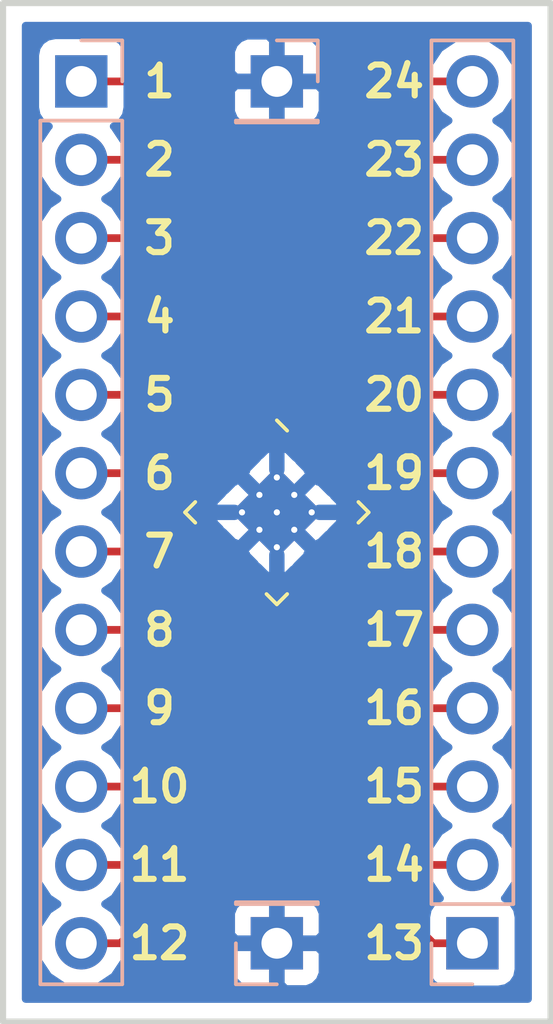
<source format=kicad_pcb>
(kicad_pcb (version 20171130) (host pcbnew "(5.0.0-3-g5ebb6b6)")

  (general
    (thickness 1.6)
    (drawings 28)
    (tracks 96)
    (zones 0)
    (modules 5)
    (nets 26)
  )

  (page A4)
  (layers
    (0 F.Cu signal)
    (31 B.Cu signal)
    (32 B.Adhes user)
    (33 F.Adhes user)
    (34 B.Paste user)
    (35 F.Paste user)
    (36 B.SilkS user)
    (37 F.SilkS user)
    (38 B.Mask user)
    (39 F.Mask user)
    (40 Dwgs.User user)
    (41 Cmts.User user)
    (42 Eco1.User user)
    (43 Eco2.User user)
    (44 Edge.Cuts user)
    (45 Margin user)
    (46 B.CrtYd user)
    (47 F.CrtYd user)
    (48 B.Fab user)
    (49 F.Fab user)
  )

  (setup
    (last_trace_width 0.25)
    (user_trace_width 0.5)
    (trace_clearance 0.2)
    (zone_clearance 0.508)
    (zone_45_only no)
    (trace_min 0.2)
    (segment_width 0.2)
    (edge_width 0.15)
    (via_size 0.8)
    (via_drill 0.4)
    (via_min_size 0.4)
    (via_min_drill 0.3)
    (uvia_size 0.3)
    (uvia_drill 0.1)
    (uvias_allowed no)
    (uvia_min_size 0.2)
    (uvia_min_drill 0.1)
    (pcb_text_width 0.2)
    (pcb_text_size 1 1)
    (mod_edge_width 0.15)
    (mod_text_size 2 1)
    (mod_text_width 0.15)
    (pad_size 1.7 1.7)
    (pad_drill 1)
    (pad_to_mask_clearance 0.2)
    (aux_axis_origin 0 0)
    (visible_elements FFFFFF7F)
    (pcbplotparams
      (layerselection 0x010fc_ffffffff)
      (usegerberextensions false)
      (usegerberattributes false)
      (usegerberadvancedattributes false)
      (creategerberjobfile false)
      (excludeedgelayer true)
      (linewidth 0.100000)
      (plotframeref false)
      (viasonmask false)
      (mode 1)
      (useauxorigin false)
      (hpglpennumber 1)
      (hpglpenspeed 20)
      (hpglpendiameter 15.000000)
      (psnegative false)
      (psa4output false)
      (plotreference true)
      (plotvalue true)
      (plotinvisibletext false)
      (padsonsilk false)
      (subtractmaskfromsilk false)
      (outputformat 1)
      (mirror false)
      (drillshape 0)
      (scaleselection 1)
      (outputdirectory "QFN24_DIP_GERBERS/"))
  )

  (net 0 "")
  (net 1 /1)
  (net 2 /2)
  (net 3 /3)
  (net 4 /4)
  (net 5 /5)
  (net 6 /6)
  (net 7 /7)
  (net 8 /8)
  (net 9 /9)
  (net 10 /10)
  (net 11 /11)
  (net 12 /12)
  (net 13 /24)
  (net 14 /23)
  (net 15 /22)
  (net 16 /21)
  (net 17 /20)
  (net 18 /19)
  (net 19 /18)
  (net 20 /17)
  (net 21 /16)
  (net 22 /15)
  (net 23 /14)
  (net 24 /13)
  (net 25 /THERMALPAD)

  (net_class Default "This is the default net class."
    (clearance 0.2)
    (trace_width 0.25)
    (via_dia 0.8)
    (via_drill 0.4)
    (uvia_dia 0.3)
    (uvia_drill 0.1)
    (add_net /1)
    (add_net /10)
    (add_net /11)
    (add_net /12)
    (add_net /13)
    (add_net /14)
    (add_net /15)
    (add_net /16)
    (add_net /17)
    (add_net /18)
    (add_net /19)
    (add_net /2)
    (add_net /20)
    (add_net /21)
    (add_net /22)
    (add_net /23)
    (add_net /24)
    (add_net /3)
    (add_net /4)
    (add_net /5)
    (add_net /6)
    (add_net /7)
    (add_net /8)
    (add_net /9)
    (add_net /THERMALPAD)
  )

  (module Connector_PinHeader_2.54mm:PinHeader_1x12_P2.54mm_Vertical (layer B.Cu) (tedit 5C4B9CD9) (tstamp 5C57BED7)
    (at 101.6 76.2 180)
    (descr "Through hole straight pin header, 1x12, 2.54mm pitch, single row")
    (tags "Through hole pin header THT 1x12 2.54mm single row")
    (path /5C4C1455)
    (fp_text reference J1 (at -2.54 6.985 180) (layer B.SilkS) hide
      (effects (font (size 1 1) (thickness 0.15)) (justify mirror))
    )
    (fp_text value Conn_01x12 (at -6.35 -34.29 180) (layer B.Fab) hide
      (effects (font (size 1 1) (thickness 0.15)) (justify mirror))
    )
    (fp_line (start -0.635 1.27) (end 1.27 1.27) (layer B.Fab) (width 0.1))
    (fp_line (start 1.27 1.27) (end 1.27 -29.21) (layer B.Fab) (width 0.1))
    (fp_line (start 1.27 -29.21) (end -1.27 -29.21) (layer B.Fab) (width 0.1))
    (fp_line (start -1.27 -29.21) (end -1.27 0.635) (layer B.Fab) (width 0.1))
    (fp_line (start -1.27 0.635) (end -0.635 1.27) (layer B.Fab) (width 0.1))
    (fp_line (start -1.33 -29.27) (end 1.33 -29.27) (layer B.SilkS) (width 0.12))
    (fp_line (start -1.33 -1.27) (end -1.33 -29.27) (layer B.SilkS) (width 0.12))
    (fp_line (start 1.33 -1.27) (end 1.33 -29.27) (layer B.SilkS) (width 0.12))
    (fp_line (start -1.33 -1.27) (end 1.33 -1.27) (layer B.SilkS) (width 0.12))
    (fp_line (start -1.33 0) (end -1.33 1.33) (layer B.SilkS) (width 0.12))
    (fp_line (start -1.33 1.33) (end 0 1.33) (layer B.SilkS) (width 0.12))
    (fp_line (start -1.8 1.8) (end -1.8 -29.75) (layer B.CrtYd) (width 0.05))
    (fp_line (start -1.8 -29.75) (end 1.8 -29.75) (layer B.CrtYd) (width 0.05))
    (fp_line (start 1.8 -29.75) (end 1.8 1.8) (layer B.CrtYd) (width 0.05))
    (fp_line (start 1.8 1.8) (end -1.8 1.8) (layer B.CrtYd) (width 0.05))
    (fp_text user %R (at 0 -13.97 90) (layer B.Fab)
      (effects (font (size 1 2) (thickness 0.15)) (justify mirror))
    )
    (pad 1 thru_hole rect (at 0 0 180) (size 1.7 1.7) (drill 1) (layers *.Cu *.Mask)
      (net 1 /1))
    (pad 2 thru_hole oval (at 0 -2.54 180) (size 1.7 1.7) (drill 1) (layers *.Cu *.Mask)
      (net 2 /2))
    (pad 3 thru_hole oval (at 0 -5.08 180) (size 1.7 1.7) (drill 1) (layers *.Cu *.Mask)
      (net 3 /3))
    (pad 4 thru_hole oval (at 0 -7.62 180) (size 1.7 1.7) (drill 1) (layers *.Cu *.Mask)
      (net 4 /4))
    (pad 5 thru_hole oval (at 0 -10.16 180) (size 1.7 1.7) (drill 1) (layers *.Cu *.Mask)
      (net 5 /5))
    (pad 6 thru_hole oval (at 0 -12.7 180) (size 1.7 1.7) (drill 1) (layers *.Cu *.Mask)
      (net 6 /6))
    (pad 7 thru_hole oval (at 0 -15.24 180) (size 1.7 1.7) (drill 1) (layers *.Cu *.Mask)
      (net 7 /7))
    (pad 8 thru_hole oval (at 0 -17.78 180) (size 1.7 1.7) (drill 1) (layers *.Cu *.Mask)
      (net 8 /8))
    (pad 9 thru_hole oval (at 0 -20.32 180) (size 1.7 1.7) (drill 1) (layers *.Cu *.Mask)
      (net 9 /9))
    (pad 10 thru_hole oval (at 0 -22.86 180) (size 1.7 1.7) (drill 1) (layers *.Cu *.Mask)
      (net 10 /10))
    (pad 11 thru_hole oval (at 0 -25.4 180) (size 1.7 1.7) (drill 1) (layers *.Cu *.Mask)
      (net 11 /11))
    (pad 12 thru_hole oval (at 0 -27.94 180) (size 1.7 1.7) (drill 1) (layers *.Cu *.Mask)
      (net 12 /12))
    (model ${KISYS3DMOD}/Connector_PinHeader_2.54mm.3dshapes/PinHeader_1x12_P2.54mm_Vertical.wrl
      (at (xyz 0 0 0))
      (scale (xyz 1 1 1))
      (rotate (xyz 0 0 0))
    )
  )

  (module Connector_PinHeader_2.54mm:PinHeader_1x12_P2.54mm_Vertical (layer B.Cu) (tedit 5C4B9CDD) (tstamp 5C57B6C6)
    (at 114.3 104.14)
    (descr "Through hole straight pin header, 1x12, 2.54mm pitch, single row")
    (tags "Through hole pin header THT 1x12 2.54mm single row")
    (path /5C4C1496)
    (fp_text reference J2 (at 28.575 0.635) (layer B.SilkS) hide
      (effects (font (size 1 1) (thickness 0.15)) (justify mirror))
    )
    (fp_text value Conn_01x12 (at 1.27 -34.29) (layer B.Fab) hide
      (effects (font (size 1 1) (thickness 0.15)) (justify mirror))
    )
    (fp_text user %R (at 0 -13.97 -90) (layer B.Fab)
      (effects (font (size 1 2) (thickness 0.15)) (justify mirror))
    )
    (fp_line (start 1.8 1.8) (end -1.8 1.8) (layer B.CrtYd) (width 0.05))
    (fp_line (start 1.8 -29.75) (end 1.8 1.8) (layer B.CrtYd) (width 0.05))
    (fp_line (start -1.8 -29.75) (end 1.8 -29.75) (layer B.CrtYd) (width 0.05))
    (fp_line (start -1.8 1.8) (end -1.8 -29.75) (layer B.CrtYd) (width 0.05))
    (fp_line (start -1.33 1.33) (end 0 1.33) (layer B.SilkS) (width 0.12))
    (fp_line (start -1.33 0) (end -1.33 1.33) (layer B.SilkS) (width 0.12))
    (fp_line (start -1.33 -1.27) (end 1.33 -1.27) (layer B.SilkS) (width 0.12))
    (fp_line (start 1.33 -1.27) (end 1.33 -29.27) (layer B.SilkS) (width 0.12))
    (fp_line (start -1.33 -1.27) (end -1.33 -29.27) (layer B.SilkS) (width 0.12))
    (fp_line (start -1.33 -29.27) (end 1.33 -29.27) (layer B.SilkS) (width 0.12))
    (fp_line (start -1.27 0.635) (end -0.635 1.27) (layer B.Fab) (width 0.1))
    (fp_line (start -1.27 -29.21) (end -1.27 0.635) (layer B.Fab) (width 0.1))
    (fp_line (start 1.27 -29.21) (end -1.27 -29.21) (layer B.Fab) (width 0.1))
    (fp_line (start 1.27 1.27) (end 1.27 -29.21) (layer B.Fab) (width 0.1))
    (fp_line (start -0.635 1.27) (end 1.27 1.27) (layer B.Fab) (width 0.1))
    (pad 12 thru_hole oval (at 0 -27.94) (size 1.7 1.7) (drill 1) (layers *.Cu *.Mask)
      (net 13 /24))
    (pad 11 thru_hole oval (at 0 -25.4) (size 1.7 1.7) (drill 1) (layers *.Cu *.Mask)
      (net 14 /23))
    (pad 10 thru_hole oval (at 0 -22.86) (size 1.7 1.7) (drill 1) (layers *.Cu *.Mask)
      (net 15 /22))
    (pad 9 thru_hole oval (at 0 -20.32) (size 1.7 1.7) (drill 1) (layers *.Cu *.Mask)
      (net 16 /21))
    (pad 8 thru_hole oval (at 0 -17.78) (size 1.7 1.7) (drill 1) (layers *.Cu *.Mask)
      (net 17 /20))
    (pad 7 thru_hole oval (at 0 -15.24) (size 1.7 1.7) (drill 1) (layers *.Cu *.Mask)
      (net 18 /19))
    (pad 6 thru_hole oval (at 0 -12.7) (size 1.7 1.7) (drill 1) (layers *.Cu *.Mask)
      (net 19 /18))
    (pad 5 thru_hole oval (at 0 -10.16) (size 1.7 1.7) (drill 1) (layers *.Cu *.Mask)
      (net 20 /17))
    (pad 4 thru_hole oval (at 0 -7.62) (size 1.7 1.7) (drill 1) (layers *.Cu *.Mask)
      (net 21 /16))
    (pad 3 thru_hole oval (at 0 -5.08) (size 1.7 1.7) (drill 1) (layers *.Cu *.Mask)
      (net 22 /15))
    (pad 2 thru_hole oval (at 0 -2.54) (size 1.7 1.7) (drill 1) (layers *.Cu *.Mask)
      (net 23 /14))
    (pad 1 thru_hole rect (at 0 0) (size 1.7 1.7) (drill 1) (layers *.Cu *.Mask)
      (net 24 /13))
    (model ${KISYS3DMOD}/Connector_PinHeader_2.54mm.3dshapes/PinHeader_1x12_P2.54mm_Vertical.wrl
      (at (xyz 0 0 0))
      (scale (xyz 1 1 1))
      (rotate (xyz 0 0 0))
    )
  )

  (module Connector_PinHeader_2.54mm:PinHeader_1x01_P2.54mm_Vertical (layer B.Cu) (tedit 5C4B9CCC) (tstamp 5C57B6DB)
    (at 107.95 76.2 180)
    (descr "Through hole straight pin header, 1x01, 2.54mm pitch, single row")
    (tags "Through hole pin header THT 1x01 2.54mm single row")
    (path /5C4C7817)
    (fp_text reference J3 (at 13.335 -6.985 180) (layer B.SilkS) hide
      (effects (font (size 1 1) (thickness 0.15)) (justify mirror))
    )
    (fp_text value Conn_01x01 (at 15.24 -5.08 180) (layer B.Fab) hide
      (effects (font (size 1 1) (thickness 0.15)) (justify mirror))
    )
    (fp_line (start -0.635 1.27) (end 1.27 1.27) (layer B.Fab) (width 0.1))
    (fp_line (start 1.27 1.27) (end 1.27 -1.27) (layer B.Fab) (width 0.1))
    (fp_line (start 1.27 -1.27) (end -1.27 -1.27) (layer B.Fab) (width 0.1))
    (fp_line (start -1.27 -1.27) (end -1.27 0.635) (layer B.Fab) (width 0.1))
    (fp_line (start -1.27 0.635) (end -0.635 1.27) (layer B.Fab) (width 0.1))
    (fp_line (start -1.33 -1.33) (end 1.33 -1.33) (layer B.SilkS) (width 0.12))
    (fp_line (start -1.33 -1.27) (end -1.33 -1.33) (layer B.SilkS) (width 0.12))
    (fp_line (start 1.33 -1.27) (end 1.33 -1.33) (layer B.SilkS) (width 0.12))
    (fp_line (start -1.33 -1.27) (end 1.33 -1.27) (layer B.SilkS) (width 0.12))
    (fp_line (start -1.33 0) (end -1.33 1.33) (layer B.SilkS) (width 0.12))
    (fp_line (start -1.33 1.33) (end 0 1.33) (layer B.SilkS) (width 0.12))
    (fp_line (start -1.8 1.8) (end -1.8 -1.8) (layer B.CrtYd) (width 0.05))
    (fp_line (start -1.8 -1.8) (end 1.8 -1.8) (layer B.CrtYd) (width 0.05))
    (fp_line (start 1.8 -1.8) (end 1.8 1.8) (layer B.CrtYd) (width 0.05))
    (fp_line (start 1.8 1.8) (end -1.8 1.8) (layer B.CrtYd) (width 0.05))
    (fp_text user %R (at 0 0 90) (layer B.Fab)
      (effects (font (size 1 2) (thickness 0.15)) (justify mirror))
    )
    (pad 1 thru_hole rect (at 0 0 180) (size 1.7 1.7) (drill 1) (layers *.Cu *.Mask)
      (net 25 /THERMALPAD))
    (model ${KISYS3DMOD}/Connector_PinHeader_2.54mm.3dshapes/PinHeader_1x01_P2.54mm_Vertical.wrl
      (at (xyz 0 0 0))
      (scale (xyz 1 1 1))
      (rotate (xyz 0 0 0))
    )
  )

  (module Connector_PinHeader_2.54mm:PinHeader_1x01_P2.54mm_Vertical (layer B.Cu) (tedit 5C4B9CD6) (tstamp 5C57B6F0)
    (at 107.95 104.14)
    (descr "Through hole straight pin header, 1x01, 2.54mm pitch, single row")
    (tags "Through hole pin header THT 1x01 2.54mm single row")
    (path /5C4C78AB)
    (fp_text reference J4 (at -16.51 1.27) (layer B.SilkS) hide
      (effects (font (size 1 1) (thickness 0.15)) (justify mirror))
    )
    (fp_text value Conn_01x01 (at -13.97 -7.62) (layer B.Fab) hide
      (effects (font (size 1 1) (thickness 0.15)) (justify mirror))
    )
    (fp_text user %R (at 0 0 -90) (layer B.Fab)
      (effects (font (size 1 2) (thickness 0.15)) (justify mirror))
    )
    (fp_line (start 1.8 1.8) (end -1.8 1.8) (layer B.CrtYd) (width 0.05))
    (fp_line (start 1.8 -1.8) (end 1.8 1.8) (layer B.CrtYd) (width 0.05))
    (fp_line (start -1.8 -1.8) (end 1.8 -1.8) (layer B.CrtYd) (width 0.05))
    (fp_line (start -1.8 1.8) (end -1.8 -1.8) (layer B.CrtYd) (width 0.05))
    (fp_line (start -1.33 1.33) (end 0 1.33) (layer B.SilkS) (width 0.12))
    (fp_line (start -1.33 0) (end -1.33 1.33) (layer B.SilkS) (width 0.12))
    (fp_line (start -1.33 -1.27) (end 1.33 -1.27) (layer B.SilkS) (width 0.12))
    (fp_line (start 1.33 -1.27) (end 1.33 -1.33) (layer B.SilkS) (width 0.12))
    (fp_line (start -1.33 -1.27) (end -1.33 -1.33) (layer B.SilkS) (width 0.12))
    (fp_line (start -1.33 -1.33) (end 1.33 -1.33) (layer B.SilkS) (width 0.12))
    (fp_line (start -1.27 0.635) (end -0.635 1.27) (layer B.Fab) (width 0.1))
    (fp_line (start -1.27 -1.27) (end -1.27 0.635) (layer B.Fab) (width 0.1))
    (fp_line (start 1.27 -1.27) (end -1.27 -1.27) (layer B.Fab) (width 0.1))
    (fp_line (start 1.27 1.27) (end 1.27 -1.27) (layer B.Fab) (width 0.1))
    (fp_line (start -0.635 1.27) (end 1.27 1.27) (layer B.Fab) (width 0.1))
    (pad 1 thru_hole rect (at 0 0) (size 1.7 1.7) (drill 1) (layers *.Cu *.Mask)
      (net 25 /THERMALPAD))
    (model ${KISYS3DMOD}/Connector_PinHeader_2.54mm.3dshapes/PinHeader_1x01_P2.54mm_Vertical.wrl
      (at (xyz 0 0 0))
      (scale (xyz 1 1 1))
      (rotate (xyz 0 0 0))
    )
  )

  (module Package_DFN_QFN:Texas_S-PVQFN-N24_EP2.1x2.1mm_ThermalVias (layer F.Cu) (tedit 5C4BA6B1) (tstamp 5C63B9FD)
    (at 107.95 90.17 315)
    (descr "QFN, 24 Pin (http://www.ti.com/lit/ds/symlink/msp430fr5720.pdf), generated with kicad-footprint-generator ipc_dfn_qfn_generator.py")
    (tags "QFN DFN_QFN")
    (path /5C4B8F2A)
    (attr smd)
    (fp_text reference U1 (at 0 -3.32 315) (layer F.SilkS) hide
      (effects (font (size 1 1) (thickness 0.15)))
    )
    (fp_text value DummyQFN24 (at 0 3.32 315) (layer F.Fab) hide
      (effects (font (size 1 1) (thickness 0.15)))
    )
    (fp_line (start 1.635 -2.11) (end 2.11 -2.11) (layer F.SilkS) (width 0.12))
    (fp_line (start 2.11 -2.11) (end 2.11 -1.635) (layer F.SilkS) (width 0.12))
    (fp_line (start -1.635 2.11) (end -2.11 2.11) (layer F.SilkS) (width 0.12))
    (fp_line (start -2.11 2.11) (end -2.11 1.635) (layer F.SilkS) (width 0.12))
    (fp_line (start 1.635 2.11) (end 2.11 2.11) (layer F.SilkS) (width 0.12))
    (fp_line (start 2.11 2.11) (end 2.11 1.635) (layer F.SilkS) (width 0.12))
    (fp_line (start -1.635 -2.11) (end -2.11 -2.11) (layer F.SilkS) (width 0.12))
    (fp_line (start -1 -2) (end 2 -2) (layer F.Fab) (width 0.1))
    (fp_line (start 2 -2) (end 2 2) (layer F.Fab) (width 0.1))
    (fp_line (start 2 2) (end -2 2) (layer F.Fab) (width 0.1))
    (fp_line (start -2 2) (end -2 -1) (layer F.Fab) (width 0.1))
    (fp_line (start -2 -1) (end -1 -2) (layer F.Fab) (width 0.1))
    (fp_line (start -2.62 -2.62) (end -2.62 2.62) (layer F.CrtYd) (width 0.05))
    (fp_line (start -2.62 2.62) (end 2.62 2.62) (layer F.CrtYd) (width 0.05))
    (fp_line (start 2.62 2.62) (end 2.62 -2.62) (layer F.CrtYd) (width 0.05))
    (fp_line (start 2.62 -2.62) (end -2.62 -2.62) (layer F.CrtYd) (width 0.05))
    (fp_text user %R (at 0 0 315) (layer F.Fab)
      (effects (font (size 1 1) (thickness 0.15)))
    )
    (pad 25 smd roundrect (at 0 0 315) (size 2.1 2.1) (layers F.Cu F.Mask) (roundrect_rratio 0.119048)
      (net 25 /THERMALPAD))
    (pad 25 thru_hole circle (at -0.8 -0.8 315) (size 0.5 0.5) (drill 0.2) (layers *.Cu)
      (net 25 /THERMALPAD))
    (pad 25 thru_hole circle (at 0 -0.799999 315) (size 0.5 0.5) (drill 0.2) (layers *.Cu)
      (net 25 /THERMALPAD))
    (pad 25 thru_hole circle (at 0.8 -0.8 315) (size 0.5 0.5) (drill 0.2) (layers *.Cu)
      (net 25 /THERMALPAD))
    (pad 25 thru_hole circle (at -0.799999 0 315) (size 0.5 0.5) (drill 0.2) (layers *.Cu)
      (net 25 /THERMALPAD))
    (pad 25 thru_hole circle (at 0 0 315) (size 0.5 0.5) (drill 0.2) (layers *.Cu)
      (net 25 /THERMALPAD))
    (pad 25 thru_hole circle (at 0.799999 0 315) (size 0.5 0.5) (drill 0.2) (layers *.Cu)
      (net 25 /THERMALPAD))
    (pad 25 thru_hole circle (at -0.8 0.8 315) (size 0.5 0.5) (drill 0.2) (layers *.Cu)
      (net 25 /THERMALPAD))
    (pad 25 thru_hole circle (at 0 0.799999 315) (size 0.5 0.5) (drill 0.2) (layers *.Cu)
      (net 25 /THERMALPAD))
    (pad 25 thru_hole circle (at 0.8 0.8 315) (size 0.5 0.5) (drill 0.2) (layers *.Cu)
      (net 25 /THERMALPAD))
    (pad 25 smd roundrect (at 0 0 315) (size 2.1 2.1) (layers B.Cu) (roundrect_rratio 0.119048)
      (net 25 /THERMALPAD))
    (pad "" smd roundrect (at -0.525 -0.525 315) (size 0.91 0.91) (layers F.Paste) (roundrect_rratio 0.25))
    (pad "" smd roundrect (at -0.525 0.525 315) (size 0.91 0.91) (layers F.Paste) (roundrect_rratio 0.25))
    (pad "" smd roundrect (at 0.525 -0.525 315) (size 0.91 0.91) (layers F.Paste) (roundrect_rratio 0.25))
    (pad "" smd roundrect (at 0.525 0.525 315) (size 0.91 0.91) (layers F.Paste) (roundrect_rratio 0.25))
    (pad 1 smd roundrect (at -1.9875 -1.25 315) (size 0.775 0.25) (layers F.Cu F.Paste F.Mask) (roundrect_rratio 0.25)
      (net 1 /1))
    (pad 2 smd roundrect (at -1.9875 -0.75 315) (size 0.775 0.25) (layers F.Cu F.Paste F.Mask) (roundrect_rratio 0.25)
      (net 2 /2))
    (pad 3 smd roundrect (at -1.9875 -0.25 315) (size 0.775 0.25) (layers F.Cu F.Paste F.Mask) (roundrect_rratio 0.25)
      (net 3 /3))
    (pad 4 smd roundrect (at -1.9875 0.25 315) (size 0.775 0.25) (layers F.Cu F.Paste F.Mask) (roundrect_rratio 0.25)
      (net 4 /4))
    (pad 5 smd roundrect (at -1.9875 0.75 315) (size 0.775 0.25) (layers F.Cu F.Paste F.Mask) (roundrect_rratio 0.25)
      (net 5 /5))
    (pad 6 smd roundrect (at -1.9875 1.25 315) (size 0.775 0.25) (layers F.Cu F.Paste F.Mask) (roundrect_rratio 0.25)
      (net 6 /6))
    (pad 7 smd roundrect (at -1.25 1.9875 315) (size 0.25 0.775) (layers F.Cu F.Paste F.Mask) (roundrect_rratio 0.25)
      (net 7 /7))
    (pad 8 smd roundrect (at -0.75 1.9875 315) (size 0.25 0.775) (layers F.Cu F.Paste F.Mask) (roundrect_rratio 0.25)
      (net 8 /8))
    (pad 9 smd roundrect (at -0.25 1.9875 315) (size 0.25 0.775) (layers F.Cu F.Paste F.Mask) (roundrect_rratio 0.25)
      (net 9 /9))
    (pad 10 smd roundrect (at 0.25 1.9875 315) (size 0.25 0.775) (layers F.Cu F.Paste F.Mask) (roundrect_rratio 0.25)
      (net 10 /10))
    (pad 11 smd roundrect (at 0.75 1.9875 315) (size 0.25 0.775) (layers F.Cu F.Paste F.Mask) (roundrect_rratio 0.25)
      (net 11 /11))
    (pad 12 smd roundrect (at 1.25 1.9875 315) (size 0.25 0.775) (layers F.Cu F.Paste F.Mask) (roundrect_rratio 0.25)
      (net 12 /12))
    (pad 13 smd roundrect (at 1.9875 1.25 315) (size 0.775 0.25) (layers F.Cu F.Paste F.Mask) (roundrect_rratio 0.25)
      (net 24 /13))
    (pad 14 smd roundrect (at 1.9875 0.75 315) (size 0.775 0.25) (layers F.Cu F.Paste F.Mask) (roundrect_rratio 0.25)
      (net 23 /14))
    (pad 15 smd roundrect (at 1.9875 0.25 315) (size 0.775 0.25) (layers F.Cu F.Paste F.Mask) (roundrect_rratio 0.25)
      (net 22 /15))
    (pad 16 smd roundrect (at 1.9875 -0.25 315) (size 0.775 0.25) (layers F.Cu F.Paste F.Mask) (roundrect_rratio 0.25)
      (net 21 /16))
    (pad 17 smd roundrect (at 1.9875 -0.75 315) (size 0.775 0.25) (layers F.Cu F.Paste F.Mask) (roundrect_rratio 0.25)
      (net 20 /17))
    (pad 18 smd roundrect (at 1.9875 -1.25 315) (size 0.775 0.25) (layers F.Cu F.Paste F.Mask) (roundrect_rratio 0.25)
      (net 19 /18))
    (pad 19 smd roundrect (at 1.25 -1.9875 315) (size 0.25 0.775) (layers F.Cu F.Paste F.Mask) (roundrect_rratio 0.25)
      (net 18 /19))
    (pad 20 smd roundrect (at 0.75 -1.9875 315) (size 0.25 0.775) (layers F.Cu F.Paste F.Mask) (roundrect_rratio 0.25)
      (net 17 /20))
    (pad 21 smd roundrect (at 0.25 -1.9875 315) (size 0.25 0.775) (layers F.Cu F.Paste F.Mask) (roundrect_rratio 0.25)
      (net 16 /21))
    (pad 22 smd roundrect (at -0.25 -1.9875 315) (size 0.25 0.775) (layers F.Cu F.Paste F.Mask) (roundrect_rratio 0.25)
      (net 15 /22))
    (pad 23 smd roundrect (at -0.75 -1.9875 315) (size 0.25 0.775) (layers F.Cu F.Paste F.Mask) (roundrect_rratio 0.25)
      (net 14 /23))
    (pad 24 smd roundrect (at -1.25 -1.9875 315) (size 0.25 0.775) (layers F.Cu F.Paste F.Mask) (roundrect_rratio 0.25)
      (net 13 /24))
    (model ${KISYS3DMOD}/Package_DFN_QFN.3dshapes/Texas_S-PVQFN-N24_EP2.1x2.1mm.wrl
      (at (xyz 0 0 0))
      (scale (xyz 1 1 1))
      (rotate (xyz 0 0 0))
    )
  )

  (gr_text 14 (at 111.76 101.6) (layer F.SilkS)
    (effects (font (size 1 1) (thickness 0.2)))
  )
  (gr_text 15 (at 111.76 99.06) (layer F.SilkS)
    (effects (font (size 1 1) (thickness 0.2)))
  )
  (gr_text 16 (at 111.76 96.52) (layer F.SilkS)
    (effects (font (size 1 1) (thickness 0.2)))
  )
  (gr_text 17 (at 111.76 93.98) (layer F.SilkS)
    (effects (font (size 1 1) (thickness 0.2)))
  )
  (gr_text 18 (at 111.76 91.44) (layer F.SilkS)
    (effects (font (size 1 1) (thickness 0.2)))
  )
  (gr_text 13 (at 111.76 104.14) (layer F.SilkS)
    (effects (font (size 1 1) (thickness 0.2)))
  )
  (gr_text 12 (at 104.14 104.14) (layer F.SilkS)
    (effects (font (size 1 1) (thickness 0.2)))
  )
  (gr_text 11 (at 104.14 101.6) (layer F.SilkS)
    (effects (font (size 1 1) (thickness 0.2)))
  )
  (gr_text 10 (at 104.14 99.06) (layer F.SilkS)
    (effects (font (size 1 1) (thickness 0.2)))
  )
  (gr_text 9 (at 104.14 96.52) (layer F.SilkS)
    (effects (font (size 1 1) (thickness 0.2)))
  )
  (gr_text 8 (at 104.14 93.98) (layer F.SilkS)
    (effects (font (size 1 1) (thickness 0.2)))
  )
  (gr_text 7 (at 104.14 91.44) (layer F.SilkS)
    (effects (font (size 1 1) (thickness 0.2)))
  )
  (gr_text 5 (at 104.14 86.36) (layer F.SilkS)
    (effects (font (size 1 1) (thickness 0.2)))
  )
  (gr_text 4 (at 104.14 83.82) (layer F.SilkS)
    (effects (font (size 1 1) (thickness 0.2)))
  )
  (gr_text 3 (at 104.14 81.28) (layer F.SilkS)
    (effects (font (size 1 1) (thickness 0.2)))
  )
  (gr_text 2 (at 104.14 78.74) (layer F.SilkS)
    (effects (font (size 1 1) (thickness 0.2)))
  )
  (gr_text 1 (at 104.14 76.2) (layer F.SilkS)
    (effects (font (size 1 1) (thickness 0.2)))
  )
  (gr_text 24 (at 111.76 76.2) (layer F.SilkS)
    (effects (font (size 1 1) (thickness 0.2)))
  )
  (gr_text 23 (at 111.76 78.74) (layer F.SilkS)
    (effects (font (size 1 1) (thickness 0.2)))
  )
  (gr_text 22 (at 111.76 81.28) (layer F.SilkS)
    (effects (font (size 1 1) (thickness 0.2)))
  )
  (gr_text 21 (at 111.76 83.82) (layer F.SilkS)
    (effects (font (size 1 1) (thickness 0.2)))
  )
  (gr_text 20 (at 111.76 86.36) (layer F.SilkS)
    (effects (font (size 1 1) (thickness 0.2)))
  )
  (gr_text 19 (at 111.76 88.9) (layer F.SilkS)
    (effects (font (size 1 1) (thickness 0.2)))
  )
  (gr_text 6 (at 104.14 88.9) (layer F.SilkS)
    (effects (font (size 1 1) (thickness 0.2)))
  )
  (gr_line (start 99.06 106.68) (end 99.06 73.66) (layer Edge.Cuts) (width 0.2))
  (gr_line (start 116.84 106.68) (end 99.06 106.68) (layer Edge.Cuts) (width 0.2))
  (gr_line (start 116.84 73.66) (end 116.84 106.68) (layer Edge.Cuts) (width 0.2))
  (gr_line (start 99.06 73.66) (end 116.84 73.66) (layer Edge.Cuts) (width 0.2))

  (segment (start 103.378 76.2) (end 101.6 76.2) (width 0.25) (layer F.Cu) (net 1))
  (segment (start 106.426 79.248) (end 103.378 76.2) (width 0.25) (layer F.Cu) (net 1))
  (segment (start 106.426 86.878233) (end 106.426 79.248) (width 0.25) (layer F.Cu) (net 1))
  (segment (start 107.428509 87.880742) (end 106.426 86.878233) (width 0.25) (layer F.Cu) (net 1))
  (segment (start 105.918 80.264) (end 104.394 78.74) (width 0.25) (layer F.Cu) (net 2))
  (segment (start 105.918 87.07734) (end 105.918 80.264) (width 0.25) (layer F.Cu) (net 2))
  (segment (start 104.394 78.74) (end 101.6 78.74) (width 0.25) (layer F.Cu) (net 2))
  (segment (start 107.074955 88.234295) (end 105.918 87.07734) (width 0.25) (layer F.Cu) (net 2))
  (segment (start 105.41 82.296) (end 104.394 81.28) (width 0.25) (layer F.Cu) (net 3))
  (segment (start 104.394 81.28) (end 101.6 81.28) (width 0.25) (layer F.Cu) (net 3))
  (segment (start 105.41 87.276447) (end 105.41 82.296) (width 0.25) (layer F.Cu) (net 3))
  (segment (start 106.721402 88.587849) (end 105.41 87.276447) (width 0.25) (layer F.Cu) (net 3))
  (segment (start 106.367849 88.941402) (end 104.902 87.475553) (width 0.25) (layer F.Cu) (net 4))
  (segment (start 104.902 87.475553) (end 104.902 85.09) (width 0.25) (layer F.Cu) (net 4))
  (segment (start 103.632 83.82) (end 101.6 83.82) (width 0.25) (layer F.Cu) (net 4))
  (segment (start 104.902 85.09) (end 103.632 83.82) (width 0.25) (layer F.Cu) (net 4))
  (segment (start 102.802081 86.36) (end 101.6 86.36) (width 0.25) (layer F.Cu) (net 5))
  (segment (start 103.008645 86.36) (end 102.802081 86.36) (width 0.25) (layer F.Cu) (net 5))
  (segment (start 105.9436 89.294955) (end 103.008645 86.36) (width 0.25) (layer F.Cu) (net 5))
  (segment (start 106.014295 89.294955) (end 105.9436 89.294955) (width 0.25) (layer F.Cu) (net 5))
  (segment (start 105.316028 89.303795) (end 105.305795 89.303795) (width 0.25) (layer F.Cu) (net 6))
  (segment (start 105.660742 89.648509) (end 105.316028 89.303795) (width 0.25) (layer F.Cu) (net 6))
  (segment (start 104.902 88.9) (end 101.6 88.9) (width 0.25) (layer F.Cu) (net 6))
  (segment (start 105.305795 89.303795) (end 104.902 88.9) (width 0.25) (layer F.Cu) (net 6))
  (segment (start 105.660742 90.691491) (end 104.912233 91.44) (width 0.25) (layer F.Cu) (net 7))
  (segment (start 104.912233 91.44) (end 101.6 91.44) (width 0.25) (layer F.Cu) (net 7))
  (segment (start 103.07934 93.98) (end 101.6 93.98) (width 0.25) (layer F.Cu) (net 8))
  (segment (start 106.014295 91.045045) (end 103.07934 93.98) (width 0.25) (layer F.Cu) (net 8))
  (segment (start 106.367849 91.398598) (end 104.902 92.864447) (width 0.25) (layer F.Cu) (net 9))
  (segment (start 104.902 92.864447) (end 104.902 95.25) (width 0.25) (layer F.Cu) (net 9))
  (segment (start 103.632 96.52) (end 101.6 96.52) (width 0.25) (layer F.Cu) (net 9))
  (segment (start 104.902 95.25) (end 103.632 96.52) (width 0.25) (layer F.Cu) (net 9))
  (segment (start 104.394 99.06) (end 101.6 99.06) (width 0.25) (layer F.Cu) (net 10))
  (segment (start 105.41 98.044) (end 104.394 99.06) (width 0.25) (layer F.Cu) (net 10))
  (segment (start 105.41 93.063553) (end 105.41 98.044) (width 0.25) (layer F.Cu) (net 10))
  (segment (start 106.721402 91.752151) (end 105.41 93.063553) (width 0.25) (layer F.Cu) (net 10))
  (segment (start 103.632 101.6) (end 101.6 101.6) (width 0.25) (layer F.Cu) (net 11))
  (segment (start 105.918 99.314) (end 103.632 101.6) (width 0.25) (layer F.Cu) (net 11))
  (segment (start 105.918 93.26266) (end 105.918 99.314) (width 0.25) (layer F.Cu) (net 11))
  (segment (start 107.074955 92.105705) (end 105.918 93.26266) (width 0.25) (layer F.Cu) (net 11))
  (segment (start 106.426 93.461767) (end 107.428509 92.459258) (width 0.25) (layer F.Cu) (net 12))
  (segment (start 106.426 100.584) (end 106.426 93.461767) (width 0.25) (layer F.Cu) (net 12))
  (segment (start 102.87 104.14) (end 106.426 100.584) (width 0.25) (layer F.Cu) (net 12))
  (segment (start 101.6 104.14) (end 102.87 104.14) (width 0.25) (layer F.Cu) (net 12))
  (segment (start 109.474 78.994) (end 112.268 76.2) (width 0.25) (layer F.Cu) (net 13))
  (segment (start 109.474 86.878233) (end 109.474 78.994) (width 0.25) (layer F.Cu) (net 13))
  (segment (start 112.522 76.2) (end 114.3 76.2) (width 0.25) (layer F.Cu) (net 13))
  (segment (start 112.268 76.2) (end 112.522 76.2) (width 0.25) (layer F.Cu) (net 13))
  (segment (start 108.471491 87.880742) (end 109.474 86.878233) (width 0.25) (layer F.Cu) (net 13))
  (segment (start 111.506 78.74) (end 114.3 78.74) (width 0.25) (layer F.Cu) (net 14))
  (segment (start 109.982 80.264) (end 111.506 78.74) (width 0.25) (layer F.Cu) (net 14))
  (segment (start 109.982 87.07734) (end 109.982 80.264) (width 0.25) (layer F.Cu) (net 14))
  (segment (start 108.825045 88.234295) (end 109.982 87.07734) (width 0.25) (layer F.Cu) (net 14))
  (segment (start 111.506 81.28) (end 114.3 81.28) (width 0.25) (layer F.Cu) (net 15))
  (segment (start 110.49 82.296) (end 111.506 81.28) (width 0.25) (layer F.Cu) (net 15))
  (segment (start 110.49 87.276447) (end 110.49 82.296) (width 0.25) (layer F.Cu) (net 15))
  (segment (start 109.178598 88.587849) (end 110.49 87.276447) (width 0.25) (layer F.Cu) (net 15))
  (segment (start 112.268 83.82) (end 114.3 83.82) (width 0.25) (layer F.Cu) (net 16))
  (segment (start 110.998 85.09) (end 112.268 83.82) (width 0.25) (layer F.Cu) (net 16))
  (segment (start 110.998 87.475553) (end 110.998 85.09) (width 0.25) (layer F.Cu) (net 16))
  (segment (start 109.532151 88.941402) (end 110.998 87.475553) (width 0.25) (layer F.Cu) (net 16))
  (segment (start 112.891355 86.36) (end 113.097919 86.36) (width 0.25) (layer F.Cu) (net 17))
  (segment (start 113.097919 86.36) (end 114.3 86.36) (width 0.25) (layer F.Cu) (net 17))
  (segment (start 109.9564 89.294955) (end 112.891355 86.36) (width 0.25) (layer F.Cu) (net 17))
  (segment (start 109.885705 89.294955) (end 109.9564 89.294955) (width 0.25) (layer F.Cu) (net 17))
  (segment (start 110.987767 88.9) (end 114.3 88.9) (width 0.25) (layer F.Cu) (net 18))
  (segment (start 110.239258 89.648509) (end 110.987767 88.9) (width 0.25) (layer F.Cu) (net 18))
  (segment (start 110.239258 90.691491) (end 110.987767 91.44) (width 0.25) (layer F.Cu) (net 19))
  (segment (start 110.987767 91.44) (end 114.3 91.44) (width 0.25) (layer F.Cu) (net 19))
  (segment (start 112.82066 93.98) (end 114.3 93.98) (width 0.25) (layer F.Cu) (net 20))
  (segment (start 109.885705 91.045045) (end 112.82066 93.98) (width 0.25) (layer F.Cu) (net 20))
  (segment (start 109.532151 91.398598) (end 110.998 92.864447) (width 0.25) (layer F.Cu) (net 21))
  (segment (start 110.998 92.864447) (end 110.998 95.25) (width 0.25) (layer F.Cu) (net 21))
  (segment (start 112.268 96.52) (end 114.3 96.52) (width 0.25) (layer F.Cu) (net 21))
  (segment (start 110.998 95.25) (end 112.268 96.52) (width 0.25) (layer F.Cu) (net 21))
  (segment (start 111.76 99.06) (end 114.3 99.06) (width 0.25) (layer F.Cu) (net 22))
  (segment (start 110.49 97.79) (end 111.76 99.06) (width 0.25) (layer F.Cu) (net 22))
  (segment (start 109.178598 91.822846) (end 110.49 93.134248) (width 0.25) (layer F.Cu) (net 22))
  (segment (start 110.49 93.134248) (end 110.49 97.79) (width 0.25) (layer F.Cu) (net 22))
  (segment (start 109.178598 91.752151) (end 109.178598 91.822846) (width 0.25) (layer F.Cu) (net 22))
  (segment (start 109.982 99.314) (end 112.268 101.6) (width 0.25) (layer F.Cu) (net 23))
  (segment (start 112.268 101.6) (end 114.3 101.6) (width 0.25) (layer F.Cu) (net 23))
  (segment (start 109.982 93.26266) (end 109.982 99.314) (width 0.25) (layer F.Cu) (net 23))
  (segment (start 108.825045 92.105705) (end 109.982 93.26266) (width 0.25) (layer F.Cu) (net 23))
  (segment (start 109.474 100.584) (end 113.03 104.14) (width 0.25) (layer F.Cu) (net 24))
  (segment (start 109.474 93.461767) (end 109.474 100.584) (width 0.25) (layer F.Cu) (net 24))
  (segment (start 113.03 104.14) (end 114.3 104.14) (width 0.25) (layer F.Cu) (net 24))
  (segment (start 108.471491 92.459258) (end 109.474 93.461767) (width 0.25) (layer F.Cu) (net 24))
  (segment (start 107.95 88.784071) (end 107.95 87.63) (width 0.5) (layer B.Cu) (net 25))
  (segment (start 107.95 91.555929) (end 107.95 92.71) (width 0.5) (layer B.Cu) (net 25))
  (segment (start 106.564071 90.17) (end 105.41 90.17) (width 0.5) (layer B.Cu) (net 25))
  (segment (start 109.335929 90.17) (end 110.49 90.17) (width 0.5) (layer B.Cu) (net 25))
  (segment (start 107.95 90.17) (end 109.474 88.646) (width 0.5) (layer B.Cu) (net 25))
  (segment (start 107.95 90.17) (end 106.68 91.44) (width 0.5) (layer B.Cu) (net 25))
  (segment (start 107.95 90.17) (end 106.68 88.9) (width 0.5) (layer B.Cu) (net 25))
  (segment (start 106.68 88.9) (end 109.474 91.694) (width 0.5) (layer B.Cu) (net 25))

  (zone (net 25) (net_name /THERMALPAD) (layer B.Cu) (tstamp 5C63A4E2) (hatch edge 0.508)
    (connect_pads (clearance 0.508))
    (min_thickness 0.254)
    (fill yes (arc_segments 16) (thermal_gap 0.508) (thermal_bridge_width 0.508))
    (polygon
      (pts
        (xy 99.06 73.66) (xy 116.84 73.66) (xy 116.84 106.68) (xy 99.06 106.68)
      )
    )
    (filled_polygon
      (pts
        (xy 116.105001 105.945) (xy 99.795 105.945) (xy 99.795 78.74) (xy 100.085908 78.74) (xy 100.201161 79.319418)
        (xy 100.529375 79.810625) (xy 100.827761 80.01) (xy 100.529375 80.209375) (xy 100.201161 80.700582) (xy 100.085908 81.28)
        (xy 100.201161 81.859418) (xy 100.529375 82.350625) (xy 100.827761 82.55) (xy 100.529375 82.749375) (xy 100.201161 83.240582)
        (xy 100.085908 83.82) (xy 100.201161 84.399418) (xy 100.529375 84.890625) (xy 100.827761 85.09) (xy 100.529375 85.289375)
        (xy 100.201161 85.780582) (xy 100.085908 86.36) (xy 100.201161 86.939418) (xy 100.529375 87.430625) (xy 100.827761 87.63)
        (xy 100.529375 87.829375) (xy 100.201161 88.320582) (xy 100.085908 88.9) (xy 100.201161 89.479418) (xy 100.529375 89.970625)
        (xy 100.827761 90.17) (xy 100.529375 90.369375) (xy 100.201161 90.860582) (xy 100.085908 91.44) (xy 100.201161 92.019418)
        (xy 100.529375 92.510625) (xy 100.827761 92.71) (xy 100.529375 92.909375) (xy 100.201161 93.400582) (xy 100.085908 93.98)
        (xy 100.201161 94.559418) (xy 100.529375 95.050625) (xy 100.827761 95.25) (xy 100.529375 95.449375) (xy 100.201161 95.940582)
        (xy 100.085908 96.52) (xy 100.201161 97.099418) (xy 100.529375 97.590625) (xy 100.827761 97.79) (xy 100.529375 97.989375)
        (xy 100.201161 98.480582) (xy 100.085908 99.06) (xy 100.201161 99.639418) (xy 100.529375 100.130625) (xy 100.827761 100.33)
        (xy 100.529375 100.529375) (xy 100.201161 101.020582) (xy 100.085908 101.6) (xy 100.201161 102.179418) (xy 100.529375 102.670625)
        (xy 100.827761 102.87) (xy 100.529375 103.069375) (xy 100.201161 103.560582) (xy 100.085908 104.14) (xy 100.201161 104.719418)
        (xy 100.529375 105.210625) (xy 101.020582 105.538839) (xy 101.453744 105.625) (xy 101.746256 105.625) (xy 102.179418 105.538839)
        (xy 102.670625 105.210625) (xy 102.998839 104.719418) (xy 103.057252 104.42575) (xy 106.465 104.42575) (xy 106.465 105.11631)
        (xy 106.561673 105.349699) (xy 106.740302 105.528327) (xy 106.973691 105.625) (xy 107.66425 105.625) (xy 107.823 105.46625)
        (xy 107.823 104.267) (xy 108.077 104.267) (xy 108.077 105.46625) (xy 108.23575 105.625) (xy 108.926309 105.625)
        (xy 109.159698 105.528327) (xy 109.338327 105.349699) (xy 109.435 105.11631) (xy 109.435 104.42575) (xy 109.27625 104.267)
        (xy 108.077 104.267) (xy 107.823 104.267) (xy 106.62375 104.267) (xy 106.465 104.42575) (xy 103.057252 104.42575)
        (xy 103.114092 104.14) (xy 102.998839 103.560582) (xy 102.733645 103.16369) (xy 106.465 103.16369) (xy 106.465 103.85425)
        (xy 106.62375 104.013) (xy 107.823 104.013) (xy 107.823 102.81375) (xy 108.077 102.81375) (xy 108.077 104.013)
        (xy 109.27625 104.013) (xy 109.435 103.85425) (xy 109.435 103.16369) (xy 109.338327 102.930301) (xy 109.159698 102.751673)
        (xy 108.926309 102.655) (xy 108.23575 102.655) (xy 108.077 102.81375) (xy 107.823 102.81375) (xy 107.66425 102.655)
        (xy 106.973691 102.655) (xy 106.740302 102.751673) (xy 106.561673 102.930301) (xy 106.465 103.16369) (xy 102.733645 103.16369)
        (xy 102.670625 103.069375) (xy 102.372239 102.87) (xy 102.670625 102.670625) (xy 102.998839 102.179418) (xy 103.114092 101.6)
        (xy 102.998839 101.020582) (xy 102.670625 100.529375) (xy 102.372239 100.33) (xy 102.670625 100.130625) (xy 102.998839 99.639418)
        (xy 103.114092 99.06) (xy 102.998839 98.480582) (xy 102.670625 97.989375) (xy 102.372239 97.79) (xy 102.670625 97.590625)
        (xy 102.998839 97.099418) (xy 103.114092 96.52) (xy 102.998839 95.940582) (xy 102.670625 95.449375) (xy 102.372239 95.25)
        (xy 102.670625 95.050625) (xy 102.998839 94.559418) (xy 103.114092 93.98) (xy 102.998839 93.400582) (xy 102.670625 92.909375)
        (xy 102.372239 92.71) (xy 102.670625 92.510625) (xy 102.998839 92.019418) (xy 103.114092 91.44) (xy 102.998839 90.860582)
        (xy 102.670625 90.369375) (xy 102.372239 90.17) (xy 102.561273 90.043691) (xy 105.830075 90.043691) (xy 105.830076 90.29631)
        (xy 105.926749 90.529699) (xy 106.100501 90.703451) (xy 106.121989 90.743505) (xy 106.224068 90.827018) (xy 106.556469 91.159419)
        (xy 106.607326 91.159419) (xy 106.687675 91.30919) (xy 106.789748 91.392698) (xy 106.848329 91.451279) (xy 106.854189 91.445419)
        (xy 106.960174 91.532127) (xy 106.960581 91.532296) (xy 106.960581 91.563531) (xy 107.231872 91.834822) (xy 107.25336 91.874876)
        (xy 107.355439 91.958389) (xy 107.590301 92.193251) (xy 107.82369 92.289924) (xy 108.076309 92.289925) (xy 108.309698 92.193252)
        (xy 108.483451 92.019499) (xy 108.523505 91.998011) (xy 108.607018 91.895932) (xy 108.939419 91.563531) (xy 108.939419 91.512674)
        (xy 109.08919 91.432325) (xy 109.172698 91.330252) (xy 109.231279 91.271671) (xy 109.225419 91.265811) (xy 109.312127 91.159826)
        (xy 109.312296 91.159419) (xy 109.343531 91.159419) (xy 109.614822 90.888128) (xy 109.654876 90.86664) (xy 109.738389 90.764561)
        (xy 109.973252 90.529698) (xy 110.069925 90.296309) (xy 110.069924 90.04369) (xy 109.973251 89.810301) (xy 109.799499 89.636549)
        (xy 109.778011 89.596495) (xy 109.675932 89.512982) (xy 109.343531 89.180581) (xy 109.292674 89.180581) (xy 109.212325 89.03081)
        (xy 109.110252 88.947302) (xy 109.051671 88.888721) (xy 109.045811 88.894581) (xy 108.939826 88.807873) (xy 108.939419 88.807704)
        (xy 108.939419 88.776469) (xy 108.668128 88.505178) (xy 108.64664 88.465124) (xy 108.544561 88.381611) (xy 108.309699 88.146749)
        (xy 108.07631 88.050076) (xy 107.823691 88.050075) (xy 107.590302 88.146748) (xy 107.416549 88.320501) (xy 107.376495 88.341989)
        (xy 107.292982 88.444068) (xy 106.960581 88.776469) (xy 106.960581 88.827326) (xy 106.81081 88.907675) (xy 106.727302 89.009748)
        (xy 106.668721 89.068329) (xy 106.674581 89.074189) (xy 106.587873 89.180174) (xy 106.587704 89.180581) (xy 106.556469 89.180581)
        (xy 106.285178 89.451872) (xy 106.245124 89.47336) (xy 106.161611 89.575439) (xy 105.926748 89.810302) (xy 105.830075 90.043691)
        (xy 102.561273 90.043691) (xy 102.670625 89.970625) (xy 102.998839 89.479418) (xy 103.114092 88.9) (xy 102.998839 88.320582)
        (xy 102.670625 87.829375) (xy 102.372239 87.63) (xy 102.670625 87.430625) (xy 102.998839 86.939418) (xy 103.114092 86.36)
        (xy 102.998839 85.780582) (xy 102.670625 85.289375) (xy 102.372239 85.09) (xy 102.670625 84.890625) (xy 102.998839 84.399418)
        (xy 103.114092 83.82) (xy 102.998839 83.240582) (xy 102.670625 82.749375) (xy 102.372239 82.55) (xy 102.670625 82.350625)
        (xy 102.998839 81.859418) (xy 103.114092 81.28) (xy 102.998839 80.700582) (xy 102.670625 80.209375) (xy 102.372239 80.01)
        (xy 102.670625 79.810625) (xy 102.998839 79.319418) (xy 103.114092 78.74) (xy 102.998839 78.160582) (xy 102.670625 77.669375)
        (xy 102.652381 77.657184) (xy 102.697765 77.648157) (xy 102.907809 77.507809) (xy 103.048157 77.297765) (xy 103.09744 77.05)
        (xy 103.09744 76.48575) (xy 106.465 76.48575) (xy 106.465 77.17631) (xy 106.561673 77.409699) (xy 106.740302 77.588327)
        (xy 106.973691 77.685) (xy 107.66425 77.685) (xy 107.823 77.52625) (xy 107.823 76.327) (xy 108.077 76.327)
        (xy 108.077 77.52625) (xy 108.23575 77.685) (xy 108.926309 77.685) (xy 109.159698 77.588327) (xy 109.338327 77.409699)
        (xy 109.435 77.17631) (xy 109.435 76.48575) (xy 109.27625 76.327) (xy 108.077 76.327) (xy 107.823 76.327)
        (xy 106.62375 76.327) (xy 106.465 76.48575) (xy 103.09744 76.48575) (xy 103.09744 76.2) (xy 112.785908 76.2)
        (xy 112.901161 76.779418) (xy 113.229375 77.270625) (xy 113.527761 77.47) (xy 113.229375 77.669375) (xy 112.901161 78.160582)
        (xy 112.785908 78.74) (xy 112.901161 79.319418) (xy 113.229375 79.810625) (xy 113.527761 80.01) (xy 113.229375 80.209375)
        (xy 112.901161 80.700582) (xy 112.785908 81.28) (xy 112.901161 81.859418) (xy 113.229375 82.350625) (xy 113.527761 82.55)
        (xy 113.229375 82.749375) (xy 112.901161 83.240582) (xy 112.785908 83.82) (xy 112.901161 84.399418) (xy 113.229375 84.890625)
        (xy 113.527761 85.09) (xy 113.229375 85.289375) (xy 112.901161 85.780582) (xy 112.785908 86.36) (xy 112.901161 86.939418)
        (xy 113.229375 87.430625) (xy 113.527761 87.63) (xy 113.229375 87.829375) (xy 112.901161 88.320582) (xy 112.785908 88.9)
        (xy 112.901161 89.479418) (xy 113.229375 89.970625) (xy 113.527761 90.17) (xy 113.229375 90.369375) (xy 112.901161 90.860582)
        (xy 112.785908 91.44) (xy 112.901161 92.019418) (xy 113.229375 92.510625) (xy 113.527761 92.71) (xy 113.229375 92.909375)
        (xy 112.901161 93.400582) (xy 112.785908 93.98) (xy 112.901161 94.559418) (xy 113.229375 95.050625) (xy 113.527761 95.25)
        (xy 113.229375 95.449375) (xy 112.901161 95.940582) (xy 112.785908 96.52) (xy 112.901161 97.099418) (xy 113.229375 97.590625)
        (xy 113.527761 97.79) (xy 113.229375 97.989375) (xy 112.901161 98.480582) (xy 112.785908 99.06) (xy 112.901161 99.639418)
        (xy 113.229375 100.130625) (xy 113.527761 100.33) (xy 113.229375 100.529375) (xy 112.901161 101.020582) (xy 112.785908 101.6)
        (xy 112.901161 102.179418) (xy 113.229375 102.670625) (xy 113.247619 102.682816) (xy 113.202235 102.691843) (xy 112.992191 102.832191)
        (xy 112.851843 103.042235) (xy 112.80256 103.29) (xy 112.80256 104.99) (xy 112.851843 105.237765) (xy 112.992191 105.447809)
        (xy 113.202235 105.588157) (xy 113.45 105.63744) (xy 115.15 105.63744) (xy 115.397765 105.588157) (xy 115.607809 105.447809)
        (xy 115.748157 105.237765) (xy 115.79744 104.99) (xy 115.79744 103.29) (xy 115.748157 103.042235) (xy 115.607809 102.832191)
        (xy 115.397765 102.691843) (xy 115.352381 102.682816) (xy 115.370625 102.670625) (xy 115.698839 102.179418) (xy 115.814092 101.6)
        (xy 115.698839 101.020582) (xy 115.370625 100.529375) (xy 115.072239 100.33) (xy 115.370625 100.130625) (xy 115.698839 99.639418)
        (xy 115.814092 99.06) (xy 115.698839 98.480582) (xy 115.370625 97.989375) (xy 115.072239 97.79) (xy 115.370625 97.590625)
        (xy 115.698839 97.099418) (xy 115.814092 96.52) (xy 115.698839 95.940582) (xy 115.370625 95.449375) (xy 115.072239 95.25)
        (xy 115.370625 95.050625) (xy 115.698839 94.559418) (xy 115.814092 93.98) (xy 115.698839 93.400582) (xy 115.370625 92.909375)
        (xy 115.072239 92.71) (xy 115.370625 92.510625) (xy 115.698839 92.019418) (xy 115.814092 91.44) (xy 115.698839 90.860582)
        (xy 115.370625 90.369375) (xy 115.072239 90.17) (xy 115.370625 89.970625) (xy 115.698839 89.479418) (xy 115.814092 88.9)
        (xy 115.698839 88.320582) (xy 115.370625 87.829375) (xy 115.072239 87.63) (xy 115.370625 87.430625) (xy 115.698839 86.939418)
        (xy 115.814092 86.36) (xy 115.698839 85.780582) (xy 115.370625 85.289375) (xy 115.072239 85.09) (xy 115.370625 84.890625)
        (xy 115.698839 84.399418) (xy 115.814092 83.82) (xy 115.698839 83.240582) (xy 115.370625 82.749375) (xy 115.072239 82.55)
        (xy 115.370625 82.350625) (xy 115.698839 81.859418) (xy 115.814092 81.28) (xy 115.698839 80.700582) (xy 115.370625 80.209375)
        (xy 115.072239 80.01) (xy 115.370625 79.810625) (xy 115.698839 79.319418) (xy 115.814092 78.74) (xy 115.698839 78.160582)
        (xy 115.370625 77.669375) (xy 115.072239 77.47) (xy 115.370625 77.270625) (xy 115.698839 76.779418) (xy 115.814092 76.2)
        (xy 115.698839 75.620582) (xy 115.370625 75.129375) (xy 114.879418 74.801161) (xy 114.446256 74.715) (xy 114.153744 74.715)
        (xy 113.720582 74.801161) (xy 113.229375 75.129375) (xy 112.901161 75.620582) (xy 112.785908 76.2) (xy 103.09744 76.2)
        (xy 103.09744 75.35) (xy 103.072316 75.22369) (xy 106.465 75.22369) (xy 106.465 75.91425) (xy 106.62375 76.073)
        (xy 107.823 76.073) (xy 107.823 74.87375) (xy 108.077 74.87375) (xy 108.077 76.073) (xy 109.27625 76.073)
        (xy 109.435 75.91425) (xy 109.435 75.22369) (xy 109.338327 74.990301) (xy 109.159698 74.811673) (xy 108.926309 74.715)
        (xy 108.23575 74.715) (xy 108.077 74.87375) (xy 107.823 74.87375) (xy 107.66425 74.715) (xy 106.973691 74.715)
        (xy 106.740302 74.811673) (xy 106.561673 74.990301) (xy 106.465 75.22369) (xy 103.072316 75.22369) (xy 103.048157 75.102235)
        (xy 102.907809 74.892191) (xy 102.697765 74.751843) (xy 102.45 74.70256) (xy 100.75 74.70256) (xy 100.502235 74.751843)
        (xy 100.292191 74.892191) (xy 100.151843 75.102235) (xy 100.10256 75.35) (xy 100.10256 77.05) (xy 100.151843 77.297765)
        (xy 100.292191 77.507809) (xy 100.502235 77.648157) (xy 100.547619 77.657184) (xy 100.529375 77.669375) (xy 100.201161 78.160582)
        (xy 100.085908 78.74) (xy 99.795 78.74) (xy 99.795 74.395) (xy 116.105 74.395)
      )
    )
  )
)

</source>
